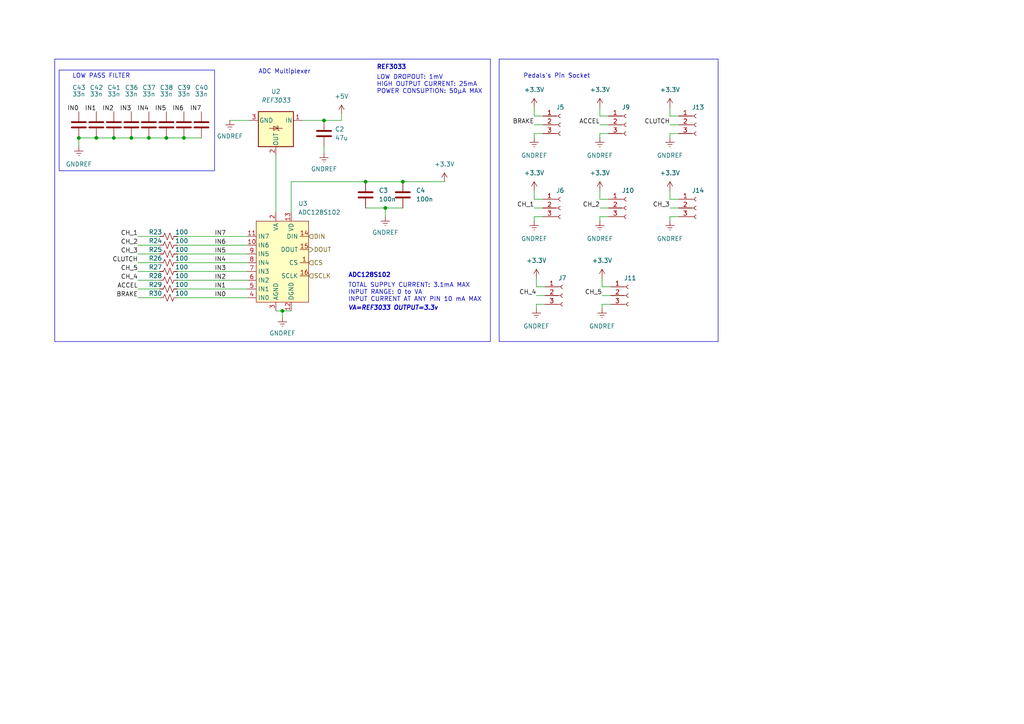
<source format=kicad_sch>
(kicad_sch (version 20231120) (generator "eeschema") (generator_version "8.0")
  (paper "A4")
  (title_block (title "CAE32 pedals") (date "2024-01-13") (rev "1") (comment 1 "Desing by: janc18") (comment 2 "Version 2.1"))
  (lib_symbols
    (symbol "Connector:Conn_01x03_Female" (pin_names (offset 1.016) hide)
      (property "Reference" "J" (at 0 5.08 0))
      (property "Value" "Conn_01x03_Female" (at 0 -5.08 0))
      (symbol "Conn_01x03_Female_1_1"
        (arc (start 0 -2.032) (mid -0.5058 -2.54) (end 0 -3.048) (stroke (width 0.1524)))
        (polyline (pts (xy -1.27 -2.54) (xy -0.508 -2.54)) (stroke (width 0.1524)))
        (polyline (pts (xy -1.27 0) (xy -0.508 0)) (stroke (width 0.1524)))
        (polyline (pts (xy -1.27 2.54) (xy -0.508 2.54)) (stroke (width 0.1524)))
        (arc (start 0 0.508) (mid -0.5058 0) (end 0 -0.508) (stroke (width 0.1524)))
        (arc (start 0 3.048) (mid -0.5058 2.54) (end 0 2.032) (stroke (width 0.1524)))
        (pin passive line (at -5.08 2.54 0) (length 3.81) (name "Pin_1") (number "1"))
        (pin passive line (at -5.08 0 0) (length 3.81) (name "Pin_2") (number "2"))
        (pin passive line (at -5.08 -2.54 0) (length 3.81) (name "Pin_3") (number "3"))
      )
    )
    (symbol "Device:C" (pin_numbers hide) (pin_names (offset 0.254))
      (property "Reference" "C" (at 0.635 2.54 0))
      (property "Value" "C" (at 0.635 -2.54 0))
      (symbol "C_0_1"
        (polyline (pts (xy -2.032 -0.762) (xy 2.032 -0.762)) (stroke (width 0.508)))
        (polyline (pts (xy -2.032 0.762) (xy 2.032 0.762)) (stroke (width 0.508)))
      )
      (symbol "C_1_1"
        (pin passive line (at 0 3.81 270) (length 2.794) (name "~") (number "1"))
        (pin passive line (at 0 -3.81 90) (length 2.794) (name "~") (number "2"))
      )
    )
    (symbol "Device:R_Small_US" (pin_numbers hide) (pin_names (offset 0.254) hide)
      (property "Reference" "R" (at 0.762 0.508 0))
      (property "Value" "R_Small_US" (at 0.762 -1.016 0))
      (symbol "R_Small_US_1_1"
        (polyline (pts (xy 0 0) (xy 1.016 -0.381) (xy 0 -0.762) (xy -1.016 -1.143) (xy 0 -1.524)))
        (polyline (pts (xy 0 1.524) (xy 1.016 1.143) (xy 0 0.762) (xy -1.016 0.381) (xy 0 0)))
        (pin passive line (at 0 2.54 270) (length 1.016) (name "~") (number "1"))
        (pin passive line (at 0 -2.54 90) (length 1.016) (name "~") (number "2"))
      )
    )
    (symbol "GNDREF_1" (power) (pin_names (offset 0))
      (property "Value" "GNDREF_1" (at 0 -3.81 0))
      (symbol "GNDREF_1_0_1"
        (polyline (pts (xy -0.635 -1.905) (xy 0.635 -1.905)))
        (polyline (pts (xy -0.127 -2.54) (xy 0.127 -2.54)))
        (polyline (pts (xy 0 -1.27) (xy 0 0)))
        (polyline (pts (xy 1.27 -1.27) (xy -1.27 -1.27)))
      )
      (symbol "GNDREF_1_1_1"
        (pin power_in line (at 0 0 270) (length 0) hide (name "GNDREF") (number "1"))
      )
    )
    (symbol "GNDREF_2" (power) (pin_names (offset 0))
      (property "Value" "GNDREF_2" (at 0 -3.81 0))
      (symbol "GNDREF_2_0_1"
        (polyline (pts (xy -0.635 -1.905) (xy 0.635 -1.905)))
        (polyline (pts (xy -0.127 -2.54) (xy 0.127 -2.54)))
        (polyline (pts (xy 0 -1.27) (xy 0 0)))
        (polyline (pts (xy 1.27 -1.27) (xy -1.27 -1.27)))
      )
      (symbol "GNDREF_2_1_1"
        (pin power_in line (at 0 0 270) (length 0) hide (name "GNDREF") (number "1"))
      )
    )
    (symbol "Reference_Voltage:REF3033" (pin_names (offset 0.254))
      (property "Reference" "U" (at 0 6.35 0))
      (property "Value" "REF3033" (at 2.54 -6.35 0))
      (symbol "REF3033_0_1"
        (rectangle (start -5.08 5.08) (end 5.08 -5.08) (stroke (width 0.254)) (fill (type background)))
        (polyline (pts (xy -0.254 1.905) (xy -0.254 -1.905)))
        (polyline (pts (xy -0.889 -0.635) (xy 0.381 -0.635) (xy -0.254 0.635) (xy -0.889 -0.635)))
        (polyline (pts (xy 0.381 1.016) (xy 0.381 0.635) (xy -0.889 0.635) (xy -0.889 0.254)))
      )
      (symbol "REF3033_1_1"
        (pin power_in line (at -2.54 7.62 270) (length 2.54) (name "IN") (number "1"))
        (pin power_out line (at 7.62 0 180) (length 2.54) (name "OUT") (number "2"))
        (pin power_in line (at -2.54 -7.62 90) (length 2.54) (name "GND") (number "3"))
      )
    )
    (symbol "Rpizero:ADC128S102"
      (property "Reference" "U" (at 0 19.05 0))
      (property "Value" "ADC128S102" (at 0 16.51 0))
      (symbol "ADC128S102_0_1"
        (rectangle (start -7.62 10.795) (end 7.62 -12.7) (fill (type background)))
      )
      (symbol "ADC128S102_1_1"
        (pin input line (at 7.62 -1.27 180) (length 2.54) (name "CS") (number "1"))
        (pin input line (at -10.16 3.81 0) (length 2.54) (name "IN6") (number "10"))
        (pin input line (at -10.16 6.35 0) (length 2.54) (name "IN7") (number "11"))
        (pin input line (at 2.54 -15.24 90) (length 2.54) (name "DGND") (number "12"))
        (pin input line (at 2.54 13.335 270) (length 2.54) (name "VD") (number "13"))
        (pin input line (at 7.62 6.35 180) (length 2.54) (name "DIN") (number "14"))
        (pin input line (at 7.62 2.54 180) (length 2.54) (name "DOUT") (number "15"))
        (pin input line (at 7.62 -5.08 180) (length 2.54) (name "SCLK") (number "16"))
        (pin input line (at -1.905 13.335 270) (length 2.54) (name "VA") (number "2"))
        (pin input line (at -1.905 -15.24 90) (length 2.54) (name "AGND") (number "3"))
        (pin input line (at -10.16 -11.43 0) (length 2.54) (name "IN0") (number "4"))
        (pin input line (at -10.16 -8.89 0) (length 2.54) (name "IN1") (number "5"))
        (pin input line (at -10.16 -6.35 0) (length 2.54) (name "IN2") (number "6"))
        (pin input line (at -10.16 -3.81 0) (length 2.54) (name "IN3") (number "7"))
        (pin input line (at -10.16 -1.27 0) (length 2.54) (name "IN4") (number "8"))
        (pin input line (at -10.16 1.27 0) (length 2.54) (name "IN5") (number "9"))
      )
    )
    (symbol "power:+3.3V" (power) (pin_names (offset 0))
      (property "Value" "+3.3V" (at 0 3.556 0))
      (symbol "+3.3V_0_1"
        (polyline (pts (xy -0.762 1.27) (xy 0 2.54)))
        (polyline (pts (xy 0 0) (xy 0 2.54)))
        (polyline (pts (xy 0 2.54) (xy 0.762 1.27)))
      )
      (symbol "+3.3V_1_1"
        (pin power_in line (at 0 0 90) (length 0) hide (name "+3.3V") (number "1"))
      )
    )
    (symbol "power:+5V" (power) (pin_names (offset 0))
      (property "Value" "+5V" (at 0 3.556 0))
      (symbol "+5V_0_1"
        (polyline (pts (xy -0.762 1.27) (xy 0 2.54)))
        (polyline (pts (xy 0 0) (xy 0 2.54)))
        (polyline (pts (xy 0 2.54) (xy 0.762 1.27)))
      )
      (symbol "+5V_1_1"
        (pin power_in line (at 0 0 90) (length 0) hide (name "+5V") (number "1"))
      )
    )
    (symbol "power:GNDREF" (power) (pin_names (offset 0))
      (property "Value" "GNDREF" (at 0 -3.81 0))
      (symbol "GNDREF_0_1"
        (polyline (pts (xy -0.635 -1.905) (xy 0.635 -1.905)))
        (polyline (pts (xy -0.127 -2.54) (xy 0.127 -2.54)))
        (polyline (pts (xy 0 -1.27) (xy 0 0)))
        (polyline (pts (xy 1.27 -1.27) (xy -1.27 -1.27)))
      )
      (symbol "GNDREF_1_1"
        (pin power_in line (at 0 0 270) (length 0) hide (name "GNDREF") (number "1"))
      )
    )
  )
  (junction (at 116.84 52.705))
  (junction (at 53.34 40.005))
  (junction (at 111.76 60.325))
  (junction (at 38.1 40.005))
  (junction (at 27.94 40.005))
  (junction (at 81.915 90.17))
  (junction (at 48.26 40.005))
  (junction (at 43.18 40.005))
  (junction (at 93.98 34.925))
  (junction (at 33.02 40.005))
  (junction (at 22.86 40.005))
  (junction (at 106.045 52.705))
  (wire (pts (xy 27.94 40.005) (xy 33.02 40.005)))
  (wire (pts (xy 173.99 36.195) (xy 176.53 36.195)))
  (wire (pts (xy 154.94 40.005) (xy 154.94 38.735)))
  (wire (pts (xy 40.005 71.12) (xy 46.355 71.12)))
  (wire (pts (xy 51.435 73.66) (xy 71.755 73.66)))
  (wire (pts (xy 173.99 64.135) (xy 173.99 62.865)))
  (wire (pts (xy 155.575 80.645) (xy 155.575 83.185)))
  (wire (pts (xy 106.045 52.705) (xy 116.84 52.705)))
  (wire (pts (xy 194.31 60.325) (xy 196.85 60.325)))
  (wire (pts (xy 173.99 55.245) (xy 173.99 57.785)))
  (wire (pts (xy 194.31 38.735) (xy 196.85 38.735)))
  (wire (pts (xy 84.455 52.705) (xy 106.045 52.705)))
  (wire (pts (xy 174.625 85.725) (xy 177.165 85.725)))
  (wire (pts (xy 154.94 55.245) (xy 154.94 57.785)))
  (wire (pts (xy 51.435 78.74) (xy 71.755 78.74)))
  (wire (pts (xy 40.005 68.58) (xy 46.355 68.58)))
  (wire (pts (xy 51.435 86.36) (xy 71.755 86.36)))
  (wire (pts (xy 43.18 40.005) (xy 48.26 40.005)))
  (wire (pts (xy 116.84 52.705) (xy 128.905 52.705)))
  (wire (pts (xy 155.575 89.535) (xy 155.575 88.265)))
  (wire (pts (xy 40.005 73.66) (xy 46.355 73.66)))
  (wire (pts (xy 174.625 80.645) (xy 174.625 83.185)))
  (wire (pts (xy 106.045 60.325) (xy 111.76 60.325)))
  (wire (pts (xy 93.98 42.545) (xy 93.98 44.45)))
  (wire (pts (xy 51.435 83.82) (xy 71.755 83.82)))
  (wire (pts (xy 173.99 31.115) (xy 173.99 33.655)))
  (wire (pts (xy 155.575 85.725) (xy 158.115 85.725)))
  (wire (pts (xy 40.005 83.82) (xy 46.355 83.82)))
  (wire (pts (xy 84.455 61.595) (xy 84.455 52.705)))
  (wire (pts (xy 173.99 60.325) (xy 176.53 60.325)))
  (polyline (pts (xy 144.78 17.145) (xy 144.78 99.06)))
  (polyline (pts (xy 144.78 17.145) (xy 208.28 17.145)))
  (wire (pts (xy 53.34 40.005) (xy 58.42 40.005)))
  (wire (pts (xy 80.01 90.17) (xy 81.915 90.17)))
  (wire (pts (xy 154.94 33.655) (xy 157.48 33.655)))
  (wire (pts (xy 173.99 57.785) (xy 176.53 57.785)))
  (wire (pts (xy 173.99 38.735) (xy 176.53 38.735)))
  (wire (pts (xy 194.31 57.785) (xy 196.85 57.785)))
  (wire (pts (xy 173.99 62.865) (xy 176.53 62.865)))
  (wire (pts (xy 154.94 64.135) (xy 154.94 62.865)))
  (wire (pts (xy 81.915 90.17) (xy 81.915 92.075)))
  (wire (pts (xy 33.02 40.005) (xy 38.1 40.005)))
  (wire (pts (xy 194.31 33.655) (xy 196.85 33.655)))
  (wire (pts (xy 51.435 71.12) (xy 71.755 71.12)))
  (wire (pts (xy 66.675 34.925) (xy 72.39 34.925)))
  (wire (pts (xy 194.31 62.865) (xy 196.85 62.865)))
  (wire (pts (xy 111.76 60.325) (xy 116.84 60.325)))
  (wire (pts (xy 38.1 40.005) (xy 43.18 40.005)))
  (wire (pts (xy 99.06 33.02) (xy 99.06 34.925)))
  (wire (pts (xy 51.435 81.28) (xy 71.755 81.28)))
  (wire (pts (xy 154.94 36.195) (xy 157.48 36.195)))
  (wire (pts (xy 51.435 68.58) (xy 71.755 68.58)))
  (wire (pts (xy 80.01 45.085) (xy 80.01 61.595)))
  (wire (pts (xy 194.31 64.135) (xy 194.31 62.865)))
  (wire (pts (xy 154.94 38.735) (xy 157.48 38.735)))
  (wire (pts (xy 154.94 57.785) (xy 157.48 57.785)))
  (wire (pts (xy 155.575 83.185) (xy 158.115 83.185)))
  (wire (pts (xy 194.31 31.115) (xy 194.31 33.655)))
  (wire (pts (xy 173.99 40.005) (xy 173.99 38.735)))
  (polyline (pts (xy 208.28 99.06) (xy 144.78 99.06)))
  (wire (pts (xy 111.76 60.325) (xy 111.76 62.865)))
  (wire (pts (xy 99.06 34.925) (xy 93.98 34.925)))
  (wire (pts (xy 174.625 83.185) (xy 177.165 83.185)))
  (wire (pts (xy 48.26 40.005) (xy 53.34 40.005)))
  (wire (pts (xy 155.575 88.265) (xy 158.115 88.265)))
  (wire (pts (xy 40.005 76.2) (xy 46.355 76.2)))
  (wire (pts (xy 174.625 89.535) (xy 174.625 88.265)))
  (wire (pts (xy 51.435 76.2) (xy 71.755 76.2)))
  (wire (pts (xy 22.86 40.005) (xy 27.94 40.005)))
  (wire (pts (xy 81.915 90.17) (xy 84.455 90.17)))
  (wire (pts (xy 87.63 34.925) (xy 93.98 34.925)))
  (wire (pts (xy 173.99 33.655) (xy 176.53 33.655)))
  (wire (pts (xy 194.31 36.195) (xy 196.85 36.195)))
  (wire (pts (xy 194.31 40.005) (xy 194.31 38.735)))
  (wire (pts (xy 40.005 78.74) (xy 46.355 78.74)))
  (wire (pts (xy 40.005 81.28) (xy 46.355 81.28)))
  (wire (pts (xy 40.005 86.36) (xy 46.355 86.36)))
  (wire (pts (xy 22.86 40.005) (xy 22.86 42.545)))
  (polyline (pts (xy 208.28 17.145) (xy 208.28 99.06)))
  (wire (pts (xy 154.94 31.115) (xy 154.94 33.655)))
  (wire (pts (xy 154.94 62.865) (xy 157.48 62.865)))
  (wire (pts (xy 174.625 88.265) (xy 177.165 88.265)))
  (wire (pts (xy 194.31 55.245) (xy 194.31 57.785)))
  (wire (pts (xy 154.94 60.325) (xy 157.48 60.325)))
  (rectangle (start 15.875 17.145) (end 142.24 99.06))
  (rectangle (start 17.145 20.32) (end 62.23 49.53))
  (text "LOW DROPOUT: 1mV\nHIGH OUTPUT CURRENT: 25mA\nPOWER CONSUPTION: 50μA MAX " (at 109.22 27.305 0) (effects (font (size 1.27 1.27)) (justify left bottom)))
  (text "ADC Multiplexer" (at 74.93 21.59 0) (effects (font (size 1.27 1.27)) (justify left bottom)))
  (text "VA=REF3033 OUTPUT=3.3v" (at 100.965 90.17 0) (effects (font (size 1.27 1.27) (thickness 0.254) (bold yes) (italic yes)) (justify left bottom)))
  (text "ADC128S102" (at 100.965 80.645 0) (effects (font (size 1.27 1.27) (thickness 0.254) (bold yes)) (justify left bottom)))
  (text "Pedals's Pin Socket" (at 151.765 22.86 0) (effects (font (size 1.27 1.27)) (justify left bottom)))
  (text "LOW PASS FILTER" (at 20.955 22.86 0) (effects (font (size 1.27 1.27)) (justify left bottom)))
  (text "REF3033" (at 109.22 20.32 0) (effects (font (size 1.27 1.27) (thickness 0.254) (bold yes)) (justify left bottom)))
  (text "TOTAL SUPPLY CURRENT: 3.1mA MAX\nINPUT RANGE: 0 to VA\nINPUT CURRENT AT ANY PIN 10 mA MAX\n" (at 100.965 87.63 0) (effects (font (size 1.27 1.27)) (justify left bottom)))
  (label "IN0" (at 62.23 86.36 0))
  (label "BRAKE" (at 154.94 36.195 180))
  (label "IN2" (at 62.23 81.28 0))
  (label "CH_3" (at 194.31 60.325 180))
  (label "IN3" (at 38.1 32.385 180))
  (label "IN2" (at 33.02 32.385 180))
  (label "CH_3" (at 40.005 73.66 180))
  (label "CH_5" (at 174.625 85.725 180))
  (label "IN4" (at 43.18 32.385 180))
  (label "IN1" (at 27.94 32.385 180))
  (label "IN0" (at 22.86 32.385 180))
  (label "IN7" (at 62.23 68.58 0))
  (label "IN6" (at 62.23 71.12 0))
  (label "IN5" (at 48.26 32.385 180))
  (label "CH_4" (at 40.005 81.28 180))
  (label "IN4" (at 62.23 76.2 0))
  (label "CLUTCH" (at 40.005 76.2 180))
  (label "CH_1" (at 40.005 68.58 180))
  (label "IN3" (at 62.23 78.74 0))
  (label "CH_5" (at 40.005 78.74 180))
  (label "BRAKE" (at 40.005 86.36 180))
  (label "ACCEL" (at 173.99 36.195 180))
  (label "IN6" (at 53.34 32.385 180))
  (label "CH_2" (at 173.99 60.325 180))
  (label "IN1" (at 62.23 83.82 0))
  (label "ACCEL" (at 40.005 83.82 180))
  (label "CLUTCH" (at 194.31 36.195 180))
  (label "CH_2" (at 40.005 71.12 180))
  (label "CH_1" (at 154.94 60.325 180))
  (label "IN7" (at 58.42 32.385 180))
  (label "CH_4" (at 155.575 85.725 180))
  (label "IN5" (at 62.23 73.66 0))
  (hierarchical_label "SCLK" (shape input) (at 89.535 80.01 0))
  (hierarchical_label "CS" (shape input) (at 89.535 76.2 0))
  (hierarchical_label "DOUT" (shape output) (at 89.535 72.39 0))
  (hierarchical_label "DIN" (shape input) (at 89.535 68.58 0))
  (symbol (lib_id "power:+3.3V") (at 154.94 55.245 0) (unit 1)
    (property "Reference" "#PWR023" (effects (hide yes)))
    (property "Value" "+3.3V" (at 154.94 50.165 0))
  )
  (symbol (lib_id "Device:C") (at 58.42 36.195 0) (unit 1)
    (property "Reference" "C40" (at 56.515 25.4 0) (effects (justify left)))
    (property "Value" "33n" (at 56.515 27.305 0) (effects (justify left)))
    (property "Footprint" "Capacitor_SMD:C_0603_1608Metric" (effects (hide yes)))
    (property "Item" "C21117" (effects (hide yes)))
    (property "LCSC_PART" "C21117" (effects (hide yes)))
    (property "Vendor" "C21117" (effects (hide yes)))
  )
  (symbol (lib_id "Connector:Conn_01x03_Female") (at 181.61 60.325 0) (unit 1)
    (property "Reference" "J10" (at 180.34 55.245 0) (effects (justify left)))
    (property "Value" "Conn_01x03_Female" (effects (hide yes)))
    (property "Footprint" "Connector_PinHeader_2.54mm:PinHeader_1x03_P2.54mm_Vertical" (effects (hide yes)))
    (property "Qty" "8" (effects (hide yes)))
    (property "Item" "C6332196" (effects (hide yes)))
    (property "LCSC_PART" "C6332196" (effects (hide yes)))
    (property "Vendor" "C6332196" (effects (hide yes)))
  )
  (symbol (lib_id "Device:R_Small_US") (at 48.895 81.28 90) (unit 1)
    (property "Reference" "R28" (at 45.085 80.01 90))
    (property "Value" "100" (at 52.705 80.01 90))
    (property "Footprint" "Resistor_SMD:R_0603_1608Metric" (effects (hide yes)))
    (property "Item" "C25201" (effects (hide yes)))
    (property "LCSC_PART" "C25201" (effects (hide yes)))
    (property "Qty" "14" (effects (hide yes)))
    (property "Vendor" "C25201" (effects (hide yes)))
  )
  (symbol (lib_id "Device:C") (at 48.26 36.195 0) (unit 1)
    (property "Reference" "C38" (at 46.355 25.4 0) (effects (justify left)))
    (property "Value" "33n" (at 46.355 27.305 0) (effects (justify left)))
    (property "Footprint" "Capacitor_SMD:C_0603_1608Metric" (effects (hide yes)))
    (property "Item" "C21117" (effects (hide yes)))
    (property "LCSC_PART" "C21117" (effects (hide yes)))
    (property "Vendor" "C21117" (effects (hide yes)))
  )
  (symbol (lib_id "Device:C") (at 33.02 36.195 0) (unit 1)
    (property "Reference" "C41" (at 31.115 25.4 0) (effects (justify left)))
    (property "Value" "33n" (at 31.115 27.305 0) (effects (justify left)))
    (property "Footprint" "Capacitor_SMD:C_0603_1608Metric" (effects (hide yes)))
    (property "Item" "C21117" (effects (hide yes)))
    (property "LCSC_PART" "C21117" (effects (hide yes)))
    (property "Vendor" "C21117" (effects (hide yes)))
  )
  (symbol (lib_id "Connector:Conn_01x03_Female") (at 162.56 36.195 0) (unit 1)
    (property "Reference" "J5" (at 161.29 31.115 0) (effects (justify left)))
    (property "Value" "Conn_01x03_Female" (effects (hide yes)))
    (property "Footprint" "Connector_PinHeader_2.54mm:PinHeader_1x03_P2.54mm_Vertical" (effects (hide yes)))
    (property "Qty" "8" (effects (hide yes)))
    (property "Item" "C6332196" (effects (hide yes)))
    (property "LCSC_PART" "C6332196" (effects (hide yes)))
    (property "Vendor" "C6332196" (effects (hide yes)))
  )
  (symbol (lib_id "power:GNDREF") (at 173.99 40.005 0) (unit 1)
    (property "Reference" "#PWR030" (effects (hide yes)))
    (property "Value" "GNDREF" (at 173.99 45.085 0))
  )
  (symbol (lib_name "GNDREF_1") (lib_id "power:GNDREF") (at 111.76 62.865 0) (unit 1)
    (property "Reference" "#PWR017" (effects (hide yes)))
    (property "Value" "GNDREF" (at 111.76 67.437 0))
  )
  (symbol (lib_id "power:+3.3V") (at 194.31 55.245 0) (unit 1)
    (property "Reference" "#PWR039" (effects (hide yes)))
    (property "Value" "+3.3V" (at 194.31 50.165 0))
  )
  (symbol (lib_id "power:+3.3V") (at 155.575 80.645 0) (unit 1)
    (property "Reference" "#PWR025" (effects (hide yes)))
    (property "Value" "+3.3V" (at 155.575 75.565 0))
  )
  (symbol (lib_id "power:GNDREF") (at 194.31 64.135 0) (unit 1)
    (property "Reference" "#PWR040" (effects (hide yes)))
    (property "Value" "GNDREF" (at 194.31 69.215 0))
  )
  (symbol (lib_id "power:+3.3V") (at 128.905 52.705 0) (unit 1)
    (property "Reference" "#PWR018" (effects (hide yes)))
    (property "Value" "+3.3V" (at 128.905 47.625 0))
  )
  (symbol (lib_id "Device:R_Small_US") (at 48.895 83.82 90) (unit 1)
    (property "Reference" "R29" (at 45.085 82.55 90))
    (property "Value" "100" (at 52.705 82.55 90))
    (property "Footprint" "Resistor_SMD:R_0603_1608Metric" (effects (hide yes)))
    (property "Item" "C25201" (effects (hide yes)))
    (property "LCSC_PART" "C25201" (effects (hide yes)))
    (property "Qty" "14" (effects (hide yes)))
    (property "Vendor" "C25201" (effects (hide yes)))
  )
  (symbol (lib_id "power:GNDREF") (at 173.99 64.135 0) (unit 1)
    (property "Reference" "#PWR032" (effects (hide yes)))
    (property "Value" "GNDREF" (at 173.99 69.215 0))
  )
  (symbol (lib_id "power:+5V") (at 99.06 33.02 0) (unit 1)
    (property "Reference" "#PWR016" (effects (hide yes)))
    (property "Value" "+5V" (at 99.06 27.94 0))
  )
  (symbol (lib_id "Device:C") (at 38.1 36.195 0) (unit 1)
    (property "Reference" "C36" (at 36.195 25.4 0) (effects (justify left)))
    (property "Value" "33n" (at 36.195 27.305 0) (effects (justify left)))
    (property "Footprint" "Capacitor_SMD:C_0603_1608Metric" (effects (hide yes)))
    (property "Item" "C21117" (effects (hide yes)))
    (property "LCSC_PART" "C21117" (effects (hide yes)))
    (property "Vendor" "C21117" (effects (hide yes)))
  )
  (symbol (lib_name "GNDREF_1") (lib_id "power:GNDREF") (at 81.915 92.075 0) (unit 1)
    (property "Reference" "#PWR014" (effects (hide yes)))
    (property "Value" "GNDREF" (at 81.915 96.647 0))
  )
  (symbol (lib_id "power:+3.3V") (at 173.99 31.115 0) (unit 1)
    (property "Reference" "#PWR029" (effects (hide yes)))
    (property "Value" "+3.3V" (at 173.99 26.035 0))
  )
  (symbol (lib_id "Device:R_Small_US") (at 48.895 71.12 90) (unit 1)
    (property "Reference" "R24" (at 45.085 69.85 90))
    (property "Value" "100" (at 52.705 69.85 90))
    (property "Footprint" "Resistor_SMD:R_0603_1608Metric" (effects (hide yes)))
    (property "Item" "C25201" (effects (hide yes)))
    (property "LCSC_PART" "C25201" (effects (hide yes)))
    (property "Qty" "14" (effects (hide yes)))
    (property "Vendor" "C25201" (effects (hide yes)))
  )
  (symbol (lib_id "Device:C") (at 53.34 36.195 0) (unit 1)
    (property "Reference" "C39" (at 51.435 25.4 0) (effects (justify left)))
    (property "Value" "33n" (at 51.435 27.305 0) (effects (justify left)))
    (property "Footprint" "Capacitor_SMD:C_0603_1608Metric" (effects (hide yes)))
    (property "Item" "C21117" (effects (hide yes)))
    (property "LCSC_PART" "C21117" (effects (hide yes)))
    (property "Vendor" "C21117" (effects (hide yes)))
  )
  (symbol (lib_name "GNDREF_1") (lib_id "power:GNDREF") (at 93.98 44.45 0) (unit 1)
    (property "Reference" "#PWR015" (effects (hide yes)))
    (property "Value" "GNDREF" (at 93.98 49.022 0))
  )
  (symbol (lib_id "Device:C") (at 106.045 56.515 0) (unit 1)
    (property "Reference" "C3" (at 109.855 55.2449 0) (effects (justify left)))
    (property "Value" "100n" (at 109.855 57.7849 0) (effects (justify left)))
    (property "Footprint" "Capacitor_SMD:C_0603_1608Metric" (effects (hide yes)))
    (property "LCSC_PART" "C66501" (effects (hide yes)))
    (property "Item" "C66501" (effects (hide yes)))
    (property "Qty" "22" (effects (hide yes)))
    (property "Vendor" "C66501" (effects (hide yes)))
  )
  (symbol (lib_id "Device:C") (at 22.86 36.195 0) (unit 1)
    (property "Reference" "C43" (at 20.955 25.4 0) (effects (justify left)))
    (property "Value" "33n" (at 20.955 27.305 0) (effects (justify left)))
    (property "Footprint" "Capacitor_SMD:C_0603_1608Metric" (effects (hide yes)))
    (property "Item" "C21117" (effects (hide yes)))
    (property "LCSC_PART" "C21117" (effects (hide yes)))
    (property "Vendor" "C21117" (effects (hide yes)))
  )
  (symbol (lib_id "Device:C") (at 27.94 36.195 0) (unit 1)
    (property "Reference" "C42" (at 26.035 25.4 0) (effects (justify left)))
    (property "Value" "33n" (at 26.035 27.305 0) (effects (justify left)))
    (property "Footprint" "Capacitor_SMD:C_0603_1608Metric" (effects (hide yes)))
    (property "Item" "C21117" (effects (hide yes)))
    (property "LCSC_PART" "C21117" (effects (hide yes)))
    (property "Vendor" "C21117" (effects (hide yes)))
  )
  (symbol (lib_id "power:+3.3V") (at 194.31 31.115 0) (unit 1)
    (property "Reference" "#PWR037" (effects (hide yes)))
    (property "Value" "+3.3V" (at 194.31 26.035 0))
  )
  (symbol (lib_id "Device:C") (at 93.98 38.735 0) (unit 1)
    (property "Reference" "C2" (at 97.155 37.4649 0) (effects (justify left)))
    (property "Value" "47u" (at 97.155 40.0049 0) (effects (justify left)))
    (property "Footprint" "Capacitor_SMD:C_0603_1608Metric" (effects (hide yes)))
    (property "LCSC_PART" "C140782" (effects (hide yes)))
    (property "Item" "C140782" (effects (hide yes)))
    (property "Qty" "1" (effects (hide yes)))
    (property "Vendor" "C140782" (effects (hide yes)))
  )
  (symbol (lib_id "Device:C") (at 116.84 56.515 0) (unit 1)
    (property "Reference" "C4" (at 120.65 55.2449 0) (effects (justify left)))
    (property "Value" "100n" (at 120.65 57.7849 0) (effects (justify left)))
    (property "Footprint" "Capacitor_SMD:C_0603_1608Metric" (effects (hide yes)))
    (property "LCSC_PART" "C66501" (effects (hide yes)))
    (property "Item" "C66501" (effects (hide yes)))
    (property "Qty" "22" (effects (hide yes)))
    (property "Vendor" "C66501" (effects (hide yes)))
  )
  (symbol (lib_id "power:+3.3V") (at 174.625 80.645 0) (unit 1)
    (property "Reference" "#PWR033" (effects (hide yes)))
    (property "Value" "+3.3V" (at 174.625 75.565 0))
  )
  (symbol (lib_id "Device:R_Small_US") (at 48.895 68.58 90) (unit 1)
    (property "Reference" "R23" (at 45.085 67.31 90))
    (property "Value" "100" (at 52.705 67.31 90))
    (property "Footprint" "Resistor_SMD:R_0603_1608Metric" (effects (hide yes)))
    (property "Item" "C25201" (effects (hide yes)))
    (property "LCSC_PART" "C25201" (effects (hide yes)))
    (property "Qty" "14" (effects (hide yes)))
    (property "Vendor" "C25201" (effects (hide yes)))
  )
  (symbol (lib_id "Device:C") (at 43.18 36.195 0) (unit 1)
    (property "Reference" "C37" (at 41.275 25.4 0) (effects (justify left)))
    (property "Value" "33n" (at 41.275 27.305 0) (effects (justify left)))
    (property "Footprint" "Capacitor_SMD:C_0603_1608Metric" (effects (hide yes)))
    (property "Item" "C21117" (effects (hide yes)))
    (property "LCSC_PART" "C21117" (effects (hide yes)))
    (property "Vendor" "C21117" (effects (hide yes)))
  )
  (symbol (lib_id "Connector:Conn_01x03_Female") (at 201.93 36.195 0) (unit 1)
    (property "Reference" "J13" (at 200.66 31.115 0) (effects (justify left)))
    (property "Value" "Conn_01x03_Female" (effects (hide yes)))
    (property "Footprint" "Connector_PinHeader_2.54mm:PinHeader_1x03_P2.54mm_Vertical" (effects (hide yes)))
    (property "Qty" "8" (effects (hide yes)))
    (property "Item" "C6332196" (effects (hide yes)))
    (property "LCSC_PART" "C6332196" (effects (hide yes)))
    (property "Vendor" "C6332196" (effects (hide yes)))
  )
  (symbol (lib_id "power:GNDREF") (at 154.94 64.135 0) (unit 1)
    (property "Reference" "#PWR024" (effects (hide yes)))
    (property "Value" "GNDREF" (at 154.94 69.215 0))
  )
  (symbol (lib_id "Connector:Conn_01x03_Female") (at 182.245 85.725 0) (unit 1)
    (property "Reference" "J11" (at 180.975 80.645 0) (effects (justify left)))
    (property "Value" "Conn_01x03_Female" (effects (hide yes)))
    (property "Footprint" "Connector_PinHeader_2.54mm:PinHeader_1x03_P2.54mm_Vertical" (effects (hide yes)))
    (property "Qty" "8" (effects (hide yes)))
    (property "Item" "C6332196" (effects (hide yes)))
    (property "LCSC_PART" "C6332196" (effects (hide yes)))
    (property "Vendor" "C6332196" (effects (hide yes)))
  )
  (symbol (lib_id "Connector:Conn_01x03_Female") (at 181.61 36.195 0) (unit 1)
    (property "Reference" "J9" (at 180.34 31.115 0) (effects (justify left)))
    (property "Value" "Conn_01x03_Female" (effects (hide yes)))
    (property "Footprint" "Connector_PinHeader_2.54mm:PinHeader_1x03_P2.54mm_Vertical" (effects (hide yes)))
    (property "Qty" "8" (effects (hide yes)))
    (property "Item" "C6332196" (effects (hide yes)))
    (property "LCSC_PART" "C6332196" (effects (hide yes)))
    (property "Vendor" "C6332196" (effects (hide yes)))
  )
  (symbol (lib_id "power:GNDREF") (at 194.31 40.005 0) (unit 1)
    (property "Reference" "#PWR038" (effects (hide yes)))
    (property "Value" "GNDREF" (at 194.31 45.085 0))
  )
  (symbol (lib_id "Reference_Voltage:REF3033") (at 80.01 37.465 270) (unit 1)
    (property "Reference" "U2" (at 80.01 26.543 90))
    (property "Value" "REF3033" (at 80.01 29.083 90) (effects (font (italic yes))))
    (property "Footprint" "Package_TO_SOT_SMD:SOT-23" (effects (hide yes)))
    (property "Datasheet" "http://www.ti.com/lit/ds/symlink/ref3033.pdf" (effects (hide yes)))
    (property "LCSC_PART" "C36658" (effects (hide yes)))
    (property "Item" "C36658" (effects (hide yes)))
    (property "Qty" "1" (effects (hide yes)))
    (property "Vendor" "C36658" (effects (hide yes)))
  )
  (symbol (lib_name "GNDREF_1") (lib_id "power:GNDREF") (at 66.675 34.925 0) (unit 1)
    (property "Reference" "#PWR013" (effects (hide yes)))
    (property "Value" "GNDREF" (at 66.675 39.497 0))
  )
  (symbol (lib_id "power:+3.3V") (at 173.99 55.245 0) (unit 1)
    (property "Reference" "#PWR031" (effects (hide yes)))
    (property "Value" "+3.3V" (at 173.99 50.165 0))
  )
  (symbol (lib_id "Rpizero:ADC128S102") (at 81.915 74.93 0) (unit 1)
    (property "Reference" "U3" (at 86.4744 59.055 0) (effects (justify left)))
    (property "Value" "ADC128S102" (at 86.4744 61.595 0) (effects (justify left)))
    (property "Footprint" "Package_SO:TSSOP-16_4.4x5mm_P0.65mm" (effects (hide yes)))
    (property "Datasheet" "https://datasheet.lcsc.com/lcsc/2304140030_Texas-Instruments-ADC128S102CIMTX-NOPB_C179666.pdf" (effects (hide yes)))
    (property "LCSC_PART" "C179666" (effects (hide yes)))
    (property "Item" "C179666" (effects (hide yes)))
    (property "Qty" "1" (effects (hide yes)))
    (property "Vendor" "C179666" (effects (hide yes)))
  )
  (symbol (lib_id "power:+3.3V") (at 154.94 31.115 0) (unit 1)
    (property "Reference" "#PWR021" (effects (hide yes)))
    (property "Value" "+3.3V" (at 154.94 26.035 0))
  )
  (symbol (lib_id "power:GNDREF") (at 174.625 89.535 0) (unit 1)
    (property "Reference" "#PWR034" (effects (hide yes)))
    (property "Value" "GNDREF" (at 174.625 94.615 0))
  )
  (symbol (lib_id "Connector:Conn_01x03_Female") (at 201.93 60.325 0) (unit 1)
    (property "Reference" "J14" (at 200.66 55.245 0) (effects (justify left)))
    (property "Value" "Conn_01x03_Female" (effects (hide yes)))
    (property "Footprint" "Connector_PinHeader_2.54mm:PinHeader_1x03_P2.54mm_Vertical" (effects (hide yes)))
    (property "Qty" "8" (effects (hide yes)))
    (property "Item" "C6332196" (effects (hide yes)))
    (property "LCSC_PART" "C6332196" (effects (hide yes)))
    (property "Vendor" "C6332196" (effects (hide yes)))
  )
  (symbol (lib_id "power:GNDREF") (at 155.575 89.535 0) (unit 1)
    (property "Reference" "#PWR026" (effects (hide yes)))
    (property "Value" "GNDREF" (at 155.575 94.615 0))
  )
  (symbol (lib_id "Device:R_Small_US") (at 48.895 86.36 90) (unit 1)
    (property "Reference" "R30" (at 45.085 85.09 90))
    (property "Value" "100" (at 52.705 85.09 90))
    (property "Footprint" "Resistor_SMD:R_0603_1608Metric" (effects (hide yes)))
    (property "Item" "C25201" (effects (hide yes)))
    (property "LCSC_PART" "C25201" (effects (hide yes)))
    (property "Qty" "14" (effects (hide yes)))
    (property "Vendor" "C25201" (effects (hide yes)))
  )
  (symbol (lib_id "Device:R_Small_US") (at 48.895 78.74 90) (unit 1)
    (property "Reference" "R27" (at 45.085 77.47 90))
    (property "Value" "100" (at 52.705 77.47 90))
    (property "Footprint" "Resistor_SMD:R_0603_1608Metric" (effects (hide yes)))
    (property "Item" "C25201" (effects (hide yes)))
    (property "LCSC_PART" "C25201" (effects (hide yes)))
    (property "Qty" "14" (effects (hide yes)))
    (property "Vendor" "C25201" (effects (hide yes)))
  )
  (symbol (lib_id "Device:R_Small_US") (at 48.895 76.2 90) (unit 1)
    (property "Reference" "R26" (at 45.085 74.93 90))
    (property "Value" "100" (at 52.705 74.93 90))
    (property "Footprint" "Resistor_SMD:R_0603_1608Metric" (effects (hide yes)))
    (property "Item" "C25201" (effects (hide yes)))
    (property "LCSC_PART" "C25201" (effects (hide yes)))
    (property "Qty" "14" (effects (hide yes)))
    (property "Vendor" "C25201" (effects (hide yes)))
  )
  (symbol (lib_name "GNDREF_2") (lib_id "power:GNDREF") (at 22.86 42.545 0) (unit 1)
    (property "Reference" "#PWR09" (effects (hide yes)))
    (property "Value" "GNDREF" (at 22.86 47.625 0))
  )
  (symbol (lib_id "Device:R_Small_US") (at 48.895 73.66 90) (unit 1)
    (property "Reference" "R25" (at 45.085 72.39 90))
    (property "Value" "100" (at 52.705 72.39 90))
    (property "Footprint" "Resistor_SMD:R_0603_1608Metric" (effects (hide yes)))
    (property "Item" "C25201" (effects (hide yes)))
    (property "LCSC_PART" "C25201" (effects (hide yes)))
    (property "Qty" "14" (effects (hide yes)))
    (property "Vendor" "C25201" (effects (hide yes)))
  )
  (symbol (lib_id "Connector:Conn_01x03_Female") (at 163.195 85.725 0) (unit 1)
    (property "Reference" "J7" (at 161.925 80.645 0) (effects (justify left)))
    (property "Value" "Conn_01x03_Female" (effects (hide yes)))
    (property "Footprint" "Connector_PinHeader_2.54mm:PinHeader_1x03_P2.54mm_Vertical" (effects (hide yes)))
    (property "Qty" "8" (effects (hide yes)))
    (property "Item" "C6332196" (effects (hide yes)))
    (property "LCSC_PART" "C6332196" (effects (hide yes)))
    (property "Vendor" "C6332196" (effects (hide yes)))
  )
  (symbol (lib_id "power:GNDREF") (at 154.94 40.005 0) (unit 1)
    (property "Reference" "#PWR022" (effects (hide yes)))
    (property "Value" "GNDREF" (at 154.94 45.085 0))
  )
  (symbol (lib_id "Connector:Conn_01x03_Female") (at 162.56 60.325 0) (unit 1)
    (property "Reference" "J6" (at 161.29 55.245 0) (effects (justify left)))
    (property "Value" "Conn_01x03_Female" (effects (hide yes)))
    (property "Footprint" "Connector_PinHeader_2.54mm:PinHeader_1x03_P2.54mm_Vertical" (effects (hide yes)))
    (property "Qty" "8" (effects (hide yes)))
    (property "Item" "C6332196" (effects (hide yes)))
    (property "LCSC_PART" "C6332196" (effects (hide yes)))
    (property "Vendor" "C6332196" (effects (hide yes)))
  )
)
</source>
